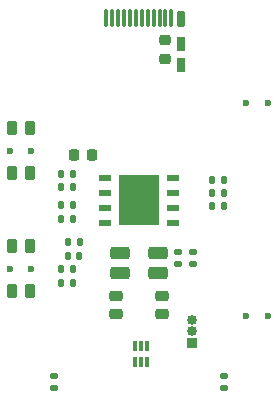
<source format=gbr>
G04 #@! TF.GenerationSoftware,KiCad,Pcbnew,8.0.5*
G04 #@! TF.CreationDate,2024-11-16T16:19:56+03:00*
G04 #@! TF.ProjectId,USB_duck_v2,5553425f-6475-4636-9b5f-76322e6b6963,rev?*
G04 #@! TF.SameCoordinates,Original*
G04 #@! TF.FileFunction,Soldermask,Bot*
G04 #@! TF.FilePolarity,Negative*
%FSLAX46Y46*%
G04 Gerber Fmt 4.6, Leading zero omitted, Abs format (unit mm)*
G04 Created by KiCad (PCBNEW 8.0.5) date 2024-11-16 16:19:56*
%MOMM*%
%LPD*%
G01*
G04 APERTURE LIST*
G04 Aperture macros list*
%AMRoundRect*
0 Rectangle with rounded corners*
0 $1 Rounding radius*
0 $2 $3 $4 $5 $6 $7 $8 $9 X,Y pos of 4 corners*
0 Add a 4 corners polygon primitive as box body*
4,1,4,$2,$3,$4,$5,$6,$7,$8,$9,$2,$3,0*
0 Add four circle primitives for the rounded corners*
1,1,$1+$1,$2,$3*
1,1,$1+$1,$4,$5*
1,1,$1+$1,$6,$7*
1,1,$1+$1,$8,$9*
0 Add four rect primitives between the rounded corners*
20,1,$1+$1,$2,$3,$4,$5,0*
20,1,$1+$1,$4,$5,$6,$7,0*
20,1,$1+$1,$6,$7,$8,$9,0*
20,1,$1+$1,$8,$9,$2,$3,0*%
G04 Aperture macros list end*
%ADD10C,0.600000*%
%ADD11R,0.850000X0.850000*%
%ADD12O,0.850000X0.850000*%
%ADD13RoundRect,0.075000X0.075000X0.675000X-0.075000X0.675000X-0.075000X-0.675000X0.075000X-0.675000X0*%
%ADD14RoundRect,0.175000X-0.175000X-0.525000X0.175000X-0.525000X0.175000X0.525000X-0.175000X0.525000X0*%
%ADD15RoundRect,0.135000X-0.185000X0.135000X-0.185000X-0.135000X0.185000X-0.135000X0.185000X0.135000X0*%
%ADD16RoundRect,0.140000X0.140000X0.170000X-0.140000X0.170000X-0.140000X-0.170000X0.140000X-0.170000X0*%
%ADD17RoundRect,0.135000X0.135000X0.185000X-0.135000X0.185000X-0.135000X-0.185000X0.135000X-0.185000X0*%
%ADD18RoundRect,0.262500X-0.587500X-0.262500X0.587500X-0.262500X0.587500X0.262500X-0.587500X0.262500X0*%
%ADD19RoundRect,0.225000X-0.225000X-0.250000X0.225000X-0.250000X0.225000X0.250000X-0.225000X0.250000X0*%
%ADD20RoundRect,0.225000X-0.250000X0.225000X-0.250000X-0.225000X0.250000X-0.225000X0.250000X0.225000X0*%
%ADD21RoundRect,0.225000X0.225000X-0.375000X0.225000X0.375000X-0.225000X0.375000X-0.225000X-0.375000X0*%
%ADD22RoundRect,0.135000X0.185000X-0.135000X0.185000X0.135000X-0.185000X0.135000X-0.185000X-0.135000X0*%
%ADD23RoundRect,0.026400X0.493600X0.193600X-0.493600X0.193600X-0.493600X-0.193600X0.493600X-0.193600X0*%
%ADD24R,3.400000X4.300000*%
%ADD25RoundRect,0.225000X0.350000X0.225000X-0.350000X0.225000X-0.350000X-0.225000X0.350000X-0.225000X0*%
%ADD26R,0.300000X0.850000*%
%ADD27R,0.760000X1.270000*%
G04 APERTURE END LIST*
D10*
X9100000Y-7200000D03*
X10900000Y-7200000D03*
D11*
X4500000Y-27500000D03*
D12*
X4500000Y-26500000D03*
X4500000Y-25500000D03*
D13*
X2750000Y0D03*
X2250000Y0D03*
X1750000Y0D03*
X1250000Y0D03*
X750000Y0D03*
X250000Y0D03*
X-250000Y0D03*
X-750000Y0D03*
X-1250000Y0D03*
X-1750000Y0D03*
X-2250000Y0D03*
X-2750000Y0D03*
D14*
X3600000Y-50000D03*
D10*
X9100000Y-25200000D03*
X10900000Y-25200000D03*
D15*
X3350000Y-19790000D03*
X3350000Y-20810000D03*
D16*
X-5620000Y-14250000D03*
X-6580000Y-14250000D03*
D17*
X-5600000Y-21250000D03*
X-6620000Y-21250000D03*
X-5590000Y-15800000D03*
X-6610000Y-15800000D03*
D16*
X-5600000Y-13150000D03*
X-6560000Y-13150000D03*
D17*
X-5590000Y-17000000D03*
X-6610000Y-17000000D03*
X7210000Y-13700000D03*
X6190000Y-13700000D03*
X-5000000Y-18950000D03*
X-6020000Y-18950000D03*
D18*
X1600000Y-21525000D03*
X-1600000Y-21525000D03*
X1600000Y-19875000D03*
X-1600000Y-19875000D03*
D19*
X-5525000Y-11600000D03*
X-3975000Y-11600000D03*
D17*
X-5600000Y-22400000D03*
X-6620000Y-22400000D03*
D20*
X2200000Y-1865000D03*
X2200000Y-3415000D03*
D10*
X-10900000Y-11200000D03*
X-9100000Y-11200000D03*
D21*
X-9250000Y-13100000D03*
X-10750000Y-13100000D03*
X-9250000Y-9300000D03*
X-10750000Y-9300000D03*
D16*
X7180000Y-15900000D03*
X6220000Y-15900000D03*
D22*
X7200000Y-31310000D03*
X7200000Y-30290000D03*
X-7200000Y-31310000D03*
X-7200000Y-30290000D03*
D23*
X2845000Y-13500000D03*
X2845000Y-14770000D03*
X2845000Y-16040000D03*
X2845000Y-17310000D03*
X-2845000Y-17310000D03*
X-2845000Y-16040000D03*
X-2845000Y-14770000D03*
X-2845000Y-13500000D03*
D24*
X0Y-15405000D03*
D25*
X1975000Y-23500000D03*
X1975000Y-25000000D03*
X-1975000Y-25000000D03*
X-1975000Y-23500000D03*
D16*
X-5040000Y-20100000D03*
X-6000000Y-20100000D03*
D26*
X-350000Y-27700000D03*
X150000Y-27700000D03*
X650000Y-27700000D03*
X650000Y-29100000D03*
X150000Y-29100000D03*
X-350000Y-29100000D03*
D10*
X-10900000Y-21200000D03*
X-9100000Y-21200000D03*
D21*
X-9250000Y-23100000D03*
X-10750000Y-23100000D03*
X-9250000Y-19300000D03*
X-10750000Y-19300000D03*
D16*
X7180000Y-14800000D03*
X6220000Y-14800000D03*
D27*
X3600000Y-3940000D03*
X3600000Y-2160000D03*
D15*
X4550000Y-19790000D03*
X4550000Y-20810000D03*
M02*

</source>
